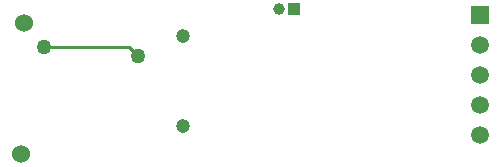
<source format=gbl>
G04*
G04 #@! TF.GenerationSoftware,Altium Limited,Altium Designer,20.2.7 (254)*
G04*
G04 Layer_Physical_Order=2*
G04 Layer_Color=16711680*
%FSLAX23Y23*%
%MOIN*%
G70*
G04*
G04 #@! TF.SameCoordinates,66DE7B0B-367C-45AC-96F2-8558094BDFBB*
G04*
G04*
G04 #@! TF.FilePolarity,Positive*
G04*
G01*
G75*
%ADD13C,0.010*%
%ADD27C,0.060*%
%ADD28R,0.039X0.039*%
%ADD29C,0.039*%
%ADD30C,0.059*%
%ADD31R,0.059X0.059*%
%ADD32C,0.047*%
%ADD33C,0.050*%
D13*
X5380Y1471D02*
X5664D01*
X5695Y1440D01*
D27*
X5304Y1113D02*
D03*
X5315Y1550D02*
D03*
D28*
X6215Y1595D02*
D03*
D29*
X6165D02*
D03*
D30*
X6835Y1175D02*
D03*
Y1275D02*
D03*
Y1375D02*
D03*
Y1475D02*
D03*
D31*
Y1575D02*
D03*
D32*
X5845Y1505D02*
D03*
Y1205D02*
D03*
D33*
X5695Y1440D02*
D03*
X5380Y1471D02*
D03*
M02*

</source>
